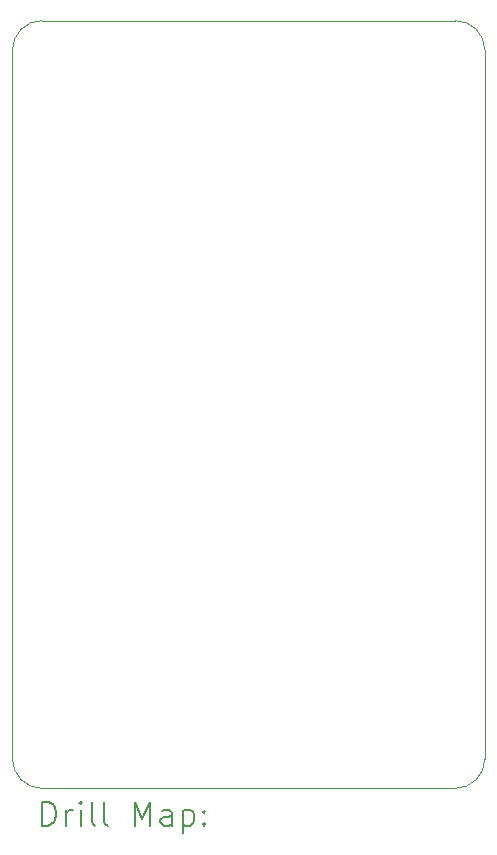
<source format=gbr>
%TF.GenerationSoftware,KiCad,Pcbnew,6.0.10+dfsg-1~bpo11+1*%
%TF.ProjectId,project,70726f6a-6563-4742-9e6b-696361645f70,rev?*%
%TF.SameCoordinates,Original*%
%TF.FileFunction,Drillmap*%
%TF.FilePolarity,Positive*%
%FSLAX45Y45*%
G04 Gerber Fmt 4.5, Leading zero omitted, Abs format (unit mm)*
%MOMM*%
%LPD*%
G01*
G04 APERTURE LIST*
%ADD10C,0.100000*%
%ADD11C,0.200000*%
G04 APERTURE END LIST*
D10*
X16726250Y-12953750D02*
X16726250Y-6953750D01*
X16476250Y-6703750D02*
X12976250Y-6703750D01*
X16476250Y-13203750D02*
G75*
G03*
X16726250Y-12953750I0J250000D01*
G01*
X12726250Y-12953750D02*
G75*
G03*
X12976250Y-13203750I250000J0D01*
G01*
X16726250Y-6953750D02*
G75*
G03*
X16476250Y-6703750I-250000J0D01*
G01*
X16476250Y-13203750D02*
X12976250Y-13203750D01*
X12726250Y-6953750D02*
X12726250Y-12953750D01*
X12976250Y-6703750D02*
G75*
G03*
X12726250Y-6953750I0J-250000D01*
G01*
D11*
X12978869Y-13519226D02*
X12978869Y-13319226D01*
X13026488Y-13319226D01*
X13055059Y-13328750D01*
X13074107Y-13347798D01*
X13083631Y-13366845D01*
X13093155Y-13404940D01*
X13093155Y-13433512D01*
X13083631Y-13471607D01*
X13074107Y-13490655D01*
X13055059Y-13509702D01*
X13026488Y-13519226D01*
X12978869Y-13519226D01*
X13178869Y-13519226D02*
X13178869Y-13385893D01*
X13178869Y-13423988D02*
X13188393Y-13404940D01*
X13197917Y-13395417D01*
X13216964Y-13385893D01*
X13236012Y-13385893D01*
X13302678Y-13519226D02*
X13302678Y-13385893D01*
X13302678Y-13319226D02*
X13293155Y-13328750D01*
X13302678Y-13338274D01*
X13312202Y-13328750D01*
X13302678Y-13319226D01*
X13302678Y-13338274D01*
X13426488Y-13519226D02*
X13407440Y-13509702D01*
X13397917Y-13490655D01*
X13397917Y-13319226D01*
X13531250Y-13519226D02*
X13512202Y-13509702D01*
X13502678Y-13490655D01*
X13502678Y-13319226D01*
X13759821Y-13519226D02*
X13759821Y-13319226D01*
X13826488Y-13462083D01*
X13893155Y-13319226D01*
X13893155Y-13519226D01*
X14074107Y-13519226D02*
X14074107Y-13414464D01*
X14064583Y-13395417D01*
X14045536Y-13385893D01*
X14007440Y-13385893D01*
X13988393Y-13395417D01*
X14074107Y-13509702D02*
X14055059Y-13519226D01*
X14007440Y-13519226D01*
X13988393Y-13509702D01*
X13978869Y-13490655D01*
X13978869Y-13471607D01*
X13988393Y-13452559D01*
X14007440Y-13443036D01*
X14055059Y-13443036D01*
X14074107Y-13433512D01*
X14169345Y-13385893D02*
X14169345Y-13585893D01*
X14169345Y-13395417D02*
X14188393Y-13385893D01*
X14226488Y-13385893D01*
X14245536Y-13395417D01*
X14255059Y-13404940D01*
X14264583Y-13423988D01*
X14264583Y-13481131D01*
X14255059Y-13500178D01*
X14245536Y-13509702D01*
X14226488Y-13519226D01*
X14188393Y-13519226D01*
X14169345Y-13509702D01*
X14350298Y-13500178D02*
X14359821Y-13509702D01*
X14350298Y-13519226D01*
X14340774Y-13509702D01*
X14350298Y-13500178D01*
X14350298Y-13519226D01*
X14350298Y-13395417D02*
X14359821Y-13404940D01*
X14350298Y-13414464D01*
X14340774Y-13404940D01*
X14350298Y-13395417D01*
X14350298Y-13414464D01*
M02*

</source>
